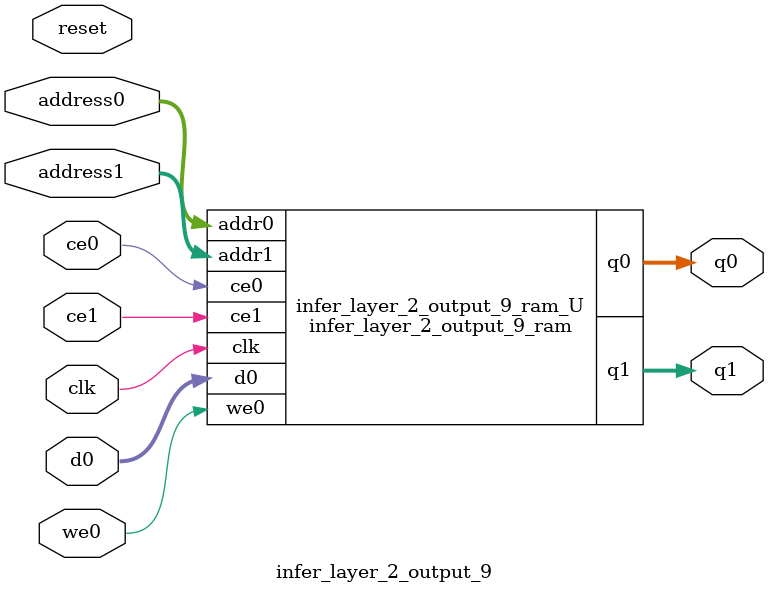
<source format=v>
`timescale 1 ns / 1 ps
module infer_layer_2_output_9_ram (addr0, ce0, d0, we0, q0, addr1, ce1, q1,  clk);

parameter DWIDTH = 32;
parameter AWIDTH = 11;
parameter MEM_SIZE = 1547;

input[AWIDTH-1:0] addr0;
input ce0;
input[DWIDTH-1:0] d0;
input we0;
output reg[DWIDTH-1:0] q0;
input[AWIDTH-1:0] addr1;
input ce1;
output reg[DWIDTH-1:0] q1;
input clk;

reg [DWIDTH-1:0] ram[0:MEM_SIZE-1];




always @(posedge clk)  
begin 
    if (ce0) begin
        if (we0) 
            ram[addr0] <= d0; 
        q0 <= ram[addr0];
    end
end


always @(posedge clk)  
begin 
    if (ce1) begin
        q1 <= ram[addr1];
    end
end


endmodule

`timescale 1 ns / 1 ps
module infer_layer_2_output_9(
    reset,
    clk,
    address0,
    ce0,
    we0,
    d0,
    q0,
    address1,
    ce1,
    q1);

parameter DataWidth = 32'd32;
parameter AddressRange = 32'd1547;
parameter AddressWidth = 32'd11;
input reset;
input clk;
input[AddressWidth - 1:0] address0;
input ce0;
input we0;
input[DataWidth - 1:0] d0;
output[DataWidth - 1:0] q0;
input[AddressWidth - 1:0] address1;
input ce1;
output[DataWidth - 1:0] q1;



infer_layer_2_output_9_ram infer_layer_2_output_9_ram_U(
    .clk( clk ),
    .addr0( address0 ),
    .ce0( ce0 ),
    .we0( we0 ),
    .d0( d0 ),
    .q0( q0 ),
    .addr1( address1 ),
    .ce1( ce1 ),
    .q1( q1 ));

endmodule


</source>
